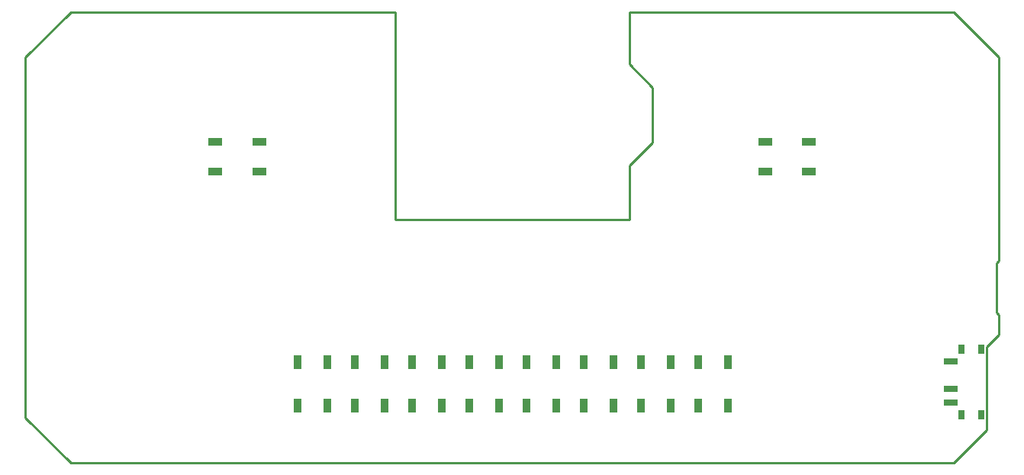
<source format=gbr>
%TF.GenerationSoftware,KiCad,Pcbnew,9.0.0*%
%TF.CreationDate,2025-04-22T12:37:31+01:00*%
%TF.ProjectId,FED3_v7.3,46454433-5f76-4372-9e33-2e6b69636164,rev?*%
%TF.SameCoordinates,Original*%
%TF.FileFunction,Paste,Bot*%
%TF.FilePolarity,Positive*%
%FSLAX46Y46*%
G04 Gerber Fmt 4.6, Leading zero omitted, Abs format (unit mm)*
G04 Created by KiCad (PCBNEW 9.0.0) date 2025-04-22 12:37:31*
%MOMM*%
%LPD*%
G01*
G04 APERTURE LIST*
%ADD10R,1.500000X0.900000*%
%ADD11R,0.900000X1.500000*%
%ADD12R,1.500000X0.700000*%
%ADD13R,0.800000X1.000000*%
%TA.AperFunction,Profile*%
%ADD14C,0.250000*%
%TD*%
G04 APERTURE END LIST*
D10*
%TO.C,LED10*%
X176551100Y-97650400D03*
X176551100Y-94350400D03*
X181451100Y-94350400D03*
X181451100Y-97650400D03*
%TD*%
D11*
%TO.C,LED4*%
X153351900Y-123716000D03*
X150051900Y-123716000D03*
X150051900Y-118816000D03*
X153351900Y-118816000D03*
%TD*%
D12*
%TO.C,SW1*%
X197200000Y-118800000D03*
X197200000Y-121800000D03*
X197200000Y-123300000D03*
D13*
X198350000Y-117400000D03*
X200550000Y-117400000D03*
X200550000Y-124700000D03*
X198350000Y-124700000D03*
%TD*%
D10*
%TO.C,LED9*%
X115551100Y-97650400D03*
X115551100Y-94350400D03*
X120451100Y-94350400D03*
X120451100Y-97650400D03*
%TD*%
D11*
%TO.C,LED8*%
X127951900Y-123716000D03*
X124651900Y-123716000D03*
X124651900Y-118816000D03*
X127951900Y-118816000D03*
%TD*%
%TO.C,LED3*%
X159701900Y-123716000D03*
X156401900Y-123716000D03*
X156401900Y-118816000D03*
X159701900Y-118816000D03*
%TD*%
%TO.C,LED1*%
X172401900Y-123716000D03*
X169101900Y-123716000D03*
X169101900Y-118816000D03*
X172401900Y-118816000D03*
%TD*%
%TO.C,LED2*%
X166051900Y-123716000D03*
X162751900Y-123716000D03*
X162751900Y-118816000D03*
X166051900Y-118816000D03*
%TD*%
%TO.C,LED6*%
X140651900Y-123716000D03*
X137351900Y-123716000D03*
X137351900Y-118816000D03*
X140651900Y-118816000D03*
%TD*%
%TO.C,LED7*%
X134301900Y-123716000D03*
X131001900Y-123716000D03*
X131001900Y-118816000D03*
X134301900Y-118816000D03*
%TD*%
%TO.C,LED5*%
X147001900Y-123716000D03*
X143701900Y-123716000D03*
X143701900Y-118816000D03*
X147001900Y-118816000D03*
%TD*%
D14*
X201101100Y-126403600D02*
X201101100Y-117203600D01*
X161501100Y-103003600D02*
X135501100Y-103003600D01*
X161501100Y-80003600D02*
X161501100Y-85751600D01*
X161501100Y-85751600D02*
X164097100Y-88347600D01*
X99501100Y-80003600D02*
X94501100Y-85003600D01*
X202221100Y-107883600D02*
X202501100Y-107603600D01*
X202501100Y-85003600D02*
X197501100Y-80003600D01*
X202221100Y-113323600D02*
X202221100Y-107883600D01*
X202501100Y-107603600D02*
X202501100Y-85003600D01*
X161501100Y-96983600D02*
X161501100Y-103003600D01*
X202501100Y-113603600D02*
X202221100Y-113323600D01*
X135501100Y-103003600D02*
X135501100Y-80003600D01*
X94501100Y-125003600D02*
X99501100Y-130003600D01*
X164097100Y-88347600D02*
X164097100Y-94443600D01*
X197501100Y-130003600D02*
X201101100Y-126403600D01*
X197501100Y-80003600D02*
X161501100Y-80003600D01*
X202501100Y-115803600D02*
X202501100Y-113603600D01*
X94501100Y-85003600D02*
X94501100Y-125003600D01*
X99501100Y-130003600D02*
X197501100Y-130003600D01*
X164097100Y-94443600D02*
X161501100Y-96983600D01*
X201101100Y-117203600D02*
X202501100Y-115803600D01*
X135501100Y-80003600D02*
X99501100Y-80003600D01*
M02*

</source>
